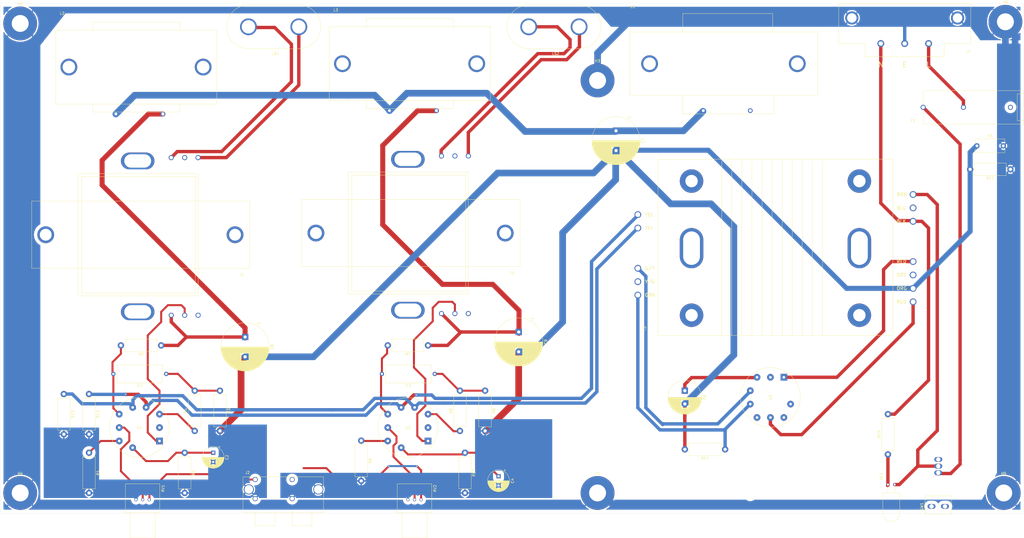
<source format=kicad_pcb>
(kicad_pcb (version 20171130) (host pcbnew 5.1.8-db9833491~88~ubuntu20.04.1)
  (layers (0 F.Cu signal) (31 B.Cu signal) (34 B.Paste user) (35 F.Paste user) (36 B.SilkS user) (37 F.SilkS user) (38 B.Mask user) (39 F.Mask user) (44 Edge.Cuts user))
  (net 0 "")
  (net 1 "Net-(C1-Pad1)")
  (net 2 "Net-(C1-Pad2)")
  (net 3 Earth)
  (net 4 "Net-(C2-Pad1)")
  (net 5 "Net-(C3-Pad2)")
  (net 6 "Net-(C3-Pad1)")
  (net 7 "Net-(C6-Pad1)")
  (net 8 "Net-(C7-Pad1)")
  (net 9 HT)
  (net 10 "Net-(F1-Pad1)")
  (net 11 /L)
  (net 12 NEUT)
  (net 13 "Net-(J2-Pad1)")
  (net 14 "Net-(J2-Pad3)")
  (net 15 "Net-(LS1-Pad1)")
  (net 16 "Net-(LS1-Pad2)")
  (net 17 "Net-(LS2-Pad2)")
  (net 18 "Net-(LS2-Pad1)")
  (net 19 "Net-(NE1-Pad1)")
  (net 20 LINE)
  (net 21 "Net-(R1-Pad1)")
  (net 22 "Net-(R4-Pad1)")
  (net 23 "Net-(R6-Pad1)")
  (net 24 VBUS)
  (net 25 "Net-(R9-Pad1)")
  (net 26 "Net-(R12-Pad1)")
  (net 27 "Net-(R13-Pad1)")
  (net 28 "Net-(R14-Pad1)")
  (net 29 "Net-(RV1-Pad2)")
  (net 30 "Net-(RV2-Pad2)")
  (net 31 "Net-(T1-Pad2)")
  (net 32 "Net-(T2-Pad2)")
  (net 33 "Net-(T3-Pad9)")
  (net 34 "Net-(T3-Pad10)")
  (net 35 "Net-(T3-Pad2)")
  (net 36 "Net-(T3-Pad4)")
  (net 37 "Net-(T3-Pad6)")
  (net 38 "Net-(T3-Pad7)")
  (net 39 "Net-(T1-Pad5)")
  (net 40 "Net-(T2-Pad5)")
  (net 41 "Net-(C4-Pad1)")
  (net 42 Earth_Protective)
  (net 43 "Net-(T1-Pad3)")
  (net 44 "Net-(T2-Pad3)")
  (module GSP1_power_entry:GSP1.8101.1 (layer F.Cu) (at 370.205 43.18 180)
    (fp_text reference J1 (at -24 -3) (layer F.SilkS))
    (fp_text value Conn_01x05)
    (fp_text user N (at 9 -8) (layer F.SilkS) (effects (font (size 2 2) (thickness 0.25))))
    (fp_text user E (at 0 -8) (layer F.SilkS) (effects (font (size 2 2) (thickness 0.25))))
    (fp_text user L (at -9 -8) (layer F.SilkS) (effects (font (size 2 2) (thickness 0.25))))
    (pad 5 thru_hole circle (at 20 9.7 180) (size 5 5) (drill 3.6) (layers *.Cu *.Mask) (net 42 Earth_Protective))
    (pad 4 thru_hole circle (at -20 9.7 180) (size 5 5) (drill 3.6) (layers *.Cu *.Mask) (net 42 Earth_Protective))
    (pad 3 thru_hole circle (at 9.05 0 180) (size 2.6 2.6) (drill 1.6) (layers *.Cu *.Mask) (net 12 NEUT))
    (pad 2 thru_hole circle (at 0 0 180) (size 2.6 2.6) (drill 1.6) (layers *.Cu *.Mask) (net 42 Earth_Protective))
    (pad 1 thru_hole circle (at -9.05 0 180) (size 2.6 2.6) (drill 1.6) (layers *.Cu *.Mask) (net 11 /L))
  )
  (module PT190_2:PT190_2 (layer F.Cu) (at 276.86 153.67 90)
    (fp_text reference T3 (at 2.54 -5.08 90) (layer F.SilkS))
    (fp_text value Transformer_PT190.2)
    (fp_text user RED (at 27.94 90.17 180) (layer F.SilkS) (effects (font (size 1.27 1.27) (thickness 0.2032)) (justify left)))
    (fp_text user GRY (at 22.86 90.17 180) (layer F.SilkS) (effects (font (size 1.27 1.27) (thickness 0.2032)) (justify left)))
    (fp_text user ORG (at 17.78 90.17 180) (layer F.SilkS) (effects (font (size 1.27 1.27) (thickness 0.2032)) (justify left)))
    (fp_text user RED (at 12.7 90.17 180) (layer F.SilkS) (effects (font (size 1.27 1.27) (thickness 0.2032)) (justify left)))
    (fp_text user BRN (at 53.34 90.17 180) (layer F.SilkS) (effects (font (size 1.27 1.27) (thickness 0.2032)) (justify left)))
    (fp_text user BLU (at 48.26 90.17 180) (layer F.SilkS) (effects (font (size 1.27 1.27) (thickness 0.2032)) (justify left)))
    (fp_text user BLK (at 43.18 90.17 180) (layer F.SilkS) (effects (font (size 1.27 1.27) (thickness 0.2032)) (justify left)))
    (fp_text user YEL (at 45.72 -5.08 180) (layer F.SilkS) (effects (font (size 1.27 1.27) (thickness 0.2032)) (justify left)))
    (fp_text user YEL (at 40.64 -5.08 180) (layer F.SilkS) (effects (font (size 1.27 1.27) (thickness 0.2032)) (justify left)))
    (fp_text user G/Y (at 25.4 -5.08 180) (layer F.SilkS) (effects (font (size 1.27 1.27) (thickness 0.2032)) (justify left)))
    (fp_text user Y/G (at 20.32 -5.08 180) (layer F.SilkS) (effects (font (size 1.27 1.27) (thickness 0.2032)) (justify left)))
    (fp_text user GRN (at 15.24 -5.08 180) (layer F.SilkS) (effects (font (size 1.27 1.27) (thickness 0.2032)) (justify left)))
    (pad 26 thru_hole oval (at 33.02 76.2 90) (size 15.24 8.89) (drill oval 12.7 6.35) (layers *.Cu *.Mask))
    (pad 25 thru_hole oval (at 33.02 12.7 90) (size 15.24 8.89) (drill oval 12.7 6.35) (layers *.Cu *.Mask))
    (pad 7 thru_hole circle (at 27.94 96.52 90) (size 2.54 2.54) (drill 1.778) (layers *.Cu *.Mask) (net 38 "Net-(T3-Pad7)"))
    (pad 6 thru_hole circle (at 22.86 96.52 90) (size 2.54 2.54) (drill 1.778) (layers *.Cu *.Mask) (net 37 "Net-(T3-Pad6)"))
    (pad 5 thru_hole circle (at 17.78 96.52 90) (size 2.54 2.54) (drill 1.778) (layers *.Cu *.Mask) (net 3 Earth))
    (pad 4 thru_hole circle (at 12.7 96.52 90) (size 2.54 2.54) (drill 1.778) (layers *.Cu *.Mask) (net 36 "Net-(T3-Pad4)"))
    (pad 3 thru_hole circle (at 53.34 96.52 90) (size 2.54 2.54) (drill 1.778) (layers *.Cu *.Mask) (net 20 LINE))
    (pad 2 thru_hole circle (at 48.26 96.52 90) (size 2.54 2.54) (drill 1.778) (layers *.Cu *.Mask) (net 35 "Net-(T3-Pad2)"))
    (pad 1 thru_hole circle (at 43.18 96.52 90) (size 2.54 2.54) (drill 1.778) (layers *.Cu *.Mask) (net 12 NEUT))
    (pad 12 thru_hole circle (at 45.72 -7.62 90) (size 2.54 2.54) (drill 1.778) (layers *.Cu *.Mask) (net 26 "Net-(R12-Pad1)"))
    (pad 11 thru_hole circle (at 40.64 -7.62 90) (size 2.54 2.54) (drill 1.778) (layers *.Cu *.Mask) (net 27 "Net-(R13-Pad1)"))
    (pad 10 thru_hole circle (at 25.4 -7.62 90) (size 2.54 2.54) (drill 1.778) (layers *.Cu *.Mask) (net 34 "Net-(T3-Pad10)"))
    (pad 9 thru_hole circle (at 20.32 -7.62 90) (size 2.54 2.54) (drill 1.778) (layers *.Cu *.Mask) (net 33 "Net-(T3-Pad9)"))
    (pad 8 thru_hole circle (at 15.24 -7.62 90) (size 2.54 2.54) (drill 1.778) (layers *.Cu *.Mask) (net 28 "Net-(R14-Pad1)"))
    (pad 23 thru_hole circle (at 58.42 76.2 90) (size 8.89 8.89) (drill 4.699) (layers *.Cu *.Mask))
    (pad 22 thru_hole circle (at 58.42 12.7 90) (size 8.89 8.89) (drill 4.699) (layers *.Cu *.Mask))
    (pad 21 thru_hole circle (at 7.62 76.2 90) (size 8.89 8.89) (drill 4.699) (layers *.Cu *.Mask))
    (pad 20 thru_hole circle (at 7.62 12.7 90) (size 8.89 8.89) (drill 4.699) (layers *.Cu *.Mask))
  )
  (module BindingPost:Keystone_4109 (layer F.Cu) (at 247.015 36.83 180)
    (fp_text reference LS2 (at 8.89 -10.16) (layer F.SilkS))
    (fp_text value Speaker)
    (pad 2 thru_hole circle (at 19.05 0 180) (size 6.35 6.35) (drill 5.08) (layers *.Cu *.Mask) (net 17 "Net-(LS2-Pad2)"))
    (pad 1 thru_hole circle (at 0 0 180) (size 6.35 6.35) (drill 5.08) (layers *.Cu *.Mask) (net 18 "Net-(LS2-Pad1)"))
  )
  (module OT8SE:OT8SE (layer F.Cu) (at 219.075 114.935 180)
    (fp_text reference T2 (at -2.54 -15.24) (layer F.SilkS))
    (fp_text value Transformer_1P_1S)
    (pad 6 thru_hole circle (at 24.13 29.21 180) (size 1.905 1.905) (drill 1.27) (layers *.Cu *.Mask) (net 17 "Net-(LS2-Pad2)"))
    (pad 5 thru_hole circle (at 19.05 29.21 180) (size 1.905 1.905) (drill 1.27) (layers *.Cu *.Mask) (net 40 "Net-(T2-Pad5)"))
    (pad 4 thru_hole circle (at 13.97 29.21 180) (size 1.905 1.905) (drill 1.27) (layers *.Cu *.Mask) (net 18 "Net-(LS2-Pad1)"))
    (pad 3 thru_hole circle (at 13.97 -30.48 180) (size 1.905 1.905) (drill 1.27) (layers *.Cu *.Mask) (net 44 "Net-(T2-Pad3)"))
    (pad 2 thru_hole circle (at 19.05 -30.48 180) (size 1.905 1.905) (drill 1.27) (layers *.Cu *.Mask) (net 32 "Net-(T2-Pad2)"))
    (pad 1 thru_hole circle (at 24.13 -30.48 180) (size 1.905 1.905) (drill 1.27) (layers *.Cu *.Mask) (net 24 VBUS))
    (pad 13 thru_hole oval (at 36.83 27.94 180) (size 12.7 6.35) (drill oval 10.16 5.08) (layers *.Cu *.Mask))
    (pad 12 thru_hole oval (at 36.83 -29.21 180) (size 12.7 6.35) (drill oval 10.16 5.08) (layers *.Cu *.Mask))
    (pad 11 thru_hole circle (at 71.628 0 180) (size 6.35 6.35) (drill 4.4958) (layers *.Cu *.Mask))
    (pad 10 thru_hole circle (at 0 0 180) (size 6.35 6.35) (drill 4.4958) (layers *.Cu *.Mask))
  )
  (module OT8SE:OT8SE (layer F.Cu) (at 116.84 115.57 180)
    (fp_text reference T1 (at -2.54 -15.24) (layer F.SilkS))
    (fp_text value Transformer_1P_1S)
    (pad 6 thru_hole circle (at 24.13 29.21 180) (size 1.905 1.905) (drill 1.27) (layers *.Cu *.Mask) (net 16 "Net-(LS1-Pad2)"))
    (pad 5 thru_hole circle (at 19.05 29.21 180) (size 1.905 1.905) (drill 1.27) (layers *.Cu *.Mask) (net 39 "Net-(T1-Pad5)"))
    (pad 4 thru_hole circle (at 13.97 29.21 180) (size 1.905 1.905) (drill 1.27) (layers *.Cu *.Mask) (net 15 "Net-(LS1-Pad1)"))
    (pad 3 thru_hole circle (at 13.97 -30.48 180) (size 1.905 1.905) (drill 1.27) (layers *.Cu *.Mask) (net 43 "Net-(T1-Pad3)"))
    (pad 2 thru_hole circle (at 19.05 -30.48 180) (size 1.905 1.905) (drill 1.27) (layers *.Cu *.Mask) (net 31 "Net-(T1-Pad2)"))
    (pad 1 thru_hole circle (at 24.13 -30.48 180) (size 1.905 1.905) (drill 1.27) (layers *.Cu *.Mask) (net 9 HT))
    (pad 13 thru_hole oval (at 36.83 27.94 180) (size 12.7 6.35) (drill oval 10.16 5.08) (layers *.Cu *.Mask))
    (pad 12 thru_hole oval (at 36.83 -29.21 180) (size 12.7 6.35) (drill oval 10.16 5.08) (layers *.Cu *.Mask))
    (pad 11 thru_hole circle (at 71.628 0 180) (size 6.35 6.35) (drill 4.4958) (layers *.Cu *.Mask))
    (pad 10 thru_hole circle (at 0 0 180) (size 6.35 6.35) (drill 4.4958) (layers *.Cu *.Mask))
  )
  (module Hammond-L:156L (layer F.Cu) (at 276.225 50.8)
    (fp_text reference L1 (at -8.89 -21.59) (layer F.SilkS))
    (fp_text value 5H/156L)
    (pad 2 thru_hole circle (at 35.56 17.78) (size 1.778 1.778) (drill 1.0668) (layers *.Cu *.Mask) (net 7 "Net-(C6-Pad1)"))
    (pad 1 thru_hole circle (at 17.78 17.78) (size 1.778 1.778) (drill 1.0668) (layers *.Cu *.Mask) (net 8 "Net-(C7-Pad1)"))
    (pad 4 thru_hole circle (at 53.34 0) (size 6.35 6.35) (drill 4.7498) (layers *.Cu *.Mask))
    (pad 3 thru_hole circle (at -2.54 0) (size 6.35 6.35) (drill 4.7498) (layers *.Cu *.Mask))
  )
  (module Hammond-L:155H (layer F.Cu) (at 53.975 52.07)
    (fp_text reference L2 (at -2.54 -20.32) (layer F.SilkS))
    (fp_text value 5H)
    (pad 2 thru_hole circle (at 35.56 17.78) (size 1.778 1.778) (drill 1.0668) (layers *.Cu *.Mask) (net 9 HT))
    (pad 1 thru_hole circle (at 17.78 17.78) (size 1.778 1.778) (drill 1.0668) (layers *.Cu *.Mask) (net 8 "Net-(C7-Pad1)"))
    (pad 4 thru_hole circle (at 50.8 0) (size 6.35 6.35) (drill 4.7498) (layers *.Cu *.Mask))
    (pad 3 thru_hole circle (at 0 0) (size 6.35 6.35) (drill 4.7498) (layers *.Cu *.Mask))
  )
  (module Hammond-L:155H (layer F.Cu) (at 157.48 50.8)
    (fp_text reference L3 (at -2.54 -20.32) (layer F.SilkS))
    (fp_text value 5H)
    (pad 2 thru_hole circle (at 35.56 17.78) (size 1.778 1.778) (drill 1.0668) (layers *.Cu *.Mask) (net 24 VBUS))
    (pad 1 thru_hole circle (at 17.78 17.78) (size 1.778 1.778) (drill 1.0668) (layers *.Cu *.Mask) (net 8 "Net-(C7-Pad1)"))
    (pad 4 thru_hole circle (at 50.8 0) (size 6.35 6.35) (drill 4.7498) (layers *.Cu *.Mask))
    (pad 3 thru_hole circle (at 0 0) (size 6.35 6.35) (drill 4.7498) (layers *.Cu *.Mask))
  )
  (module Capacitor_THT:CP_Radial_D12.5mm_P5.00mm (layer F.Cu) (at 287.02 174.625 270)
    (fp_text reference C6 (at 2.5 -7.5 90) (layer F.SilkS))
    (fp_text value 33uF)
    (pad 2 thru_hole circle (at 5 0 270) (size 2.4 2.4) (drill 1.2) (layers *.Cu *.Mask) (net 3 Earth))
    (pad 1 thru_hole rect (at 0 0 270) (size 2.4 2.4) (drill 1.2) (layers *.Cu *.Mask) (net 7 "Net-(C6-Pad1)"))
  )
  (module MountingHole:MountingHole_6.4mm_M6_Pad (layer F.Cu) (at 408.305 34.925)
    (fp_text reference H6 (at 0 -7.4) (layer F.SilkS))
    (fp_text value MTG)
    (pad 1 thru_hole circle (at 0 0) (size 12.8 12.8) (drill 6.4) (layers *.Cu *.Mask) (net 42 Earth_Protective))
  )
  (module MountingHole:MountingHole_6.4mm_M6_Pad (layer F.Cu) (at 407.67 213.36)
    (fp_text reference H5 (at 0 -7.4) (layer F.SilkS))
    (fp_text value MTG)
    (pad 1 thru_hole circle (at 0 0) (size 12.8 12.8) (drill 6.4) (layers *.Cu *.Mask) (net 42 Earth_Protective))
  )
  (module MountingHole:MountingHole_6.4mm_M6_Pad (layer F.Cu) (at 35.56 213.36)
    (fp_text reference H4 (at 0 -7.4) (layer F.SilkS))
    (fp_text value MTG)
    (pad 1 thru_hole circle (at 0 0) (size 12.8 12.8) (drill 6.4) (layers *.Cu *.Mask) (net 42 Earth_Protective))
  )
  (module MountingHole:MountingHole_6.4mm_M6_Pad (layer F.Cu) (at 254 57.15)
    (fp_text reference H3 (at 0 -7.4) (layer F.SilkS))
    (fp_text value MTG)
    (pad 1 thru_hole circle (at 0 0) (size 12.8 12.8) (drill 6.4) (layers *.Cu *.Mask) (net 42 Earth_Protective))
  )
  (module MountingHole:MountingHole_6.4mm_M6_Pad (layer F.Cu) (at 35.56 35.56)
    (fp_text reference H2 (at 0 -7.4) (layer F.SilkS))
    (fp_text value MTG)
    (pad 1 thru_hole circle (at 0 0) (size 12.8 12.8) (drill 6.4) (layers *.Cu *.Mask) (net 42 Earth_Protective))
  )
  (module MountingHole:MountingHole_6.4mm_M6_Pad (layer F.Cu) (at 254 213.36)
    (fp_text reference H1 (at 0 -7.4) (layer F.SilkS))
    (fp_text value MTG)
    (pad 1 thru_hole circle (at 0 0) (size 12.8 12.8) (drill 6.4) (layers *.Cu *.Mask) (net 42 Earth_Protective))
  )
  (module Capacitor_THT:CP_Radial_D8.0mm_P3.50mm (layer F.Cu) (at 216.535 207.01 270)
    (fp_text reference C4 (at 1.75 -5.25 90) (layer F.SilkS))
    (fp_text value 100uF)
    (pad 2 thru_hole circle (at 3.5 0 270) (size 1.6 1.6) (drill 0.8) (layers *.Cu *.Mask) (net 3 Earth))
    (pad 1 thru_hole rect (at 0 0 270) (size 1.6 1.6) (drill 0.8) (layers *.Cu *.Mask) (net 41 "Net-(C4-Pad1)"))
  )
  (module Valve:Valve_Noval_P (layer F.Cu) (at 324.485 169.545 90)
    (fp_text reference U3 (at -7.62 -5.08 90) (layer F.SilkS))
    (fp_text value 6CA4)
    (pad 9 thru_hole circle (at -10.16 2.54 90) (size 2.54 5.08) (drill 1) (layers *.Cu *.Mask))
    (pad 8 thru_hole circle (at -15.24 0 90) (size 2.54 5.08) (drill 1) (layers *.Cu *.Mask))
    (pad 7 thru_hole circle (at -15.24 -5.08 90) (size 2.54 5.08) (drill 1) (layers *.Cu *.Mask) (net 36 "Net-(T3-Pad4)"))
    (pad 6 thru_hole circle (at -15.24 -10.16 90) (size 2.54 5.08) (drill 1) (layers *.Cu *.Mask))
    (pad 5 thru_hole circle (at -10.16 -12.7 90) (size 2.54 5.08) (drill 1) (layers *.Cu *.Mask) (net 28 "Net-(R14-Pad1)"))
    (pad 4 thru_hole circle (at -5.08 -12.7 90) (size 2.54 5.08) (drill 1) (layers *.Cu *.Mask) (net 34 "Net-(T3-Pad10)"))
    (pad 3 thru_hole circle (at 0 -10.16 90) (size 2.54 5.08) (drill 1) (layers *.Cu *.Mask) (net 7 "Net-(C6-Pad1)"))
    (pad 2 thru_hole circle (at 0 -5.08 90) (size 2.54 5.08) (drill 1) (layers *.Cu *.Mask))
    (pad 1 thru_hole rect (at 0 0 90) (size 2.54 2.54) (drill 1) (layers *.Cu *.Mask) (net 38 "Net-(T3-Pad7)"))
  )
  (module RCA_jack:PJRAS2X1S01AUX (layer F.Cu) (at 124.46 208.28)
    (fp_text reference J2 (at -2.921 -2.6162) (layer F.SilkS))
    (fp_text value DUAL_RCA)
    (pad 6 thru_hole circle (at 23.9014 3.7338) (size 3.81 3.81) (drill 3.175) (layers *.Cu *.Mask) (net 3 Earth))
    (pad 5 thru_hole circle (at -2.413 3.7338) (size 3.81 3.81) (drill 3.175) (layers *.Cu *.Mask) (net 3 Earth))
    (pad 4 thru_hole circle (at 13.9954 7.239) (size 1.905 1.905) (drill 1.397) (layers *.Cu *.Mask) (net 3 Earth))
    (pad 3 thru_hole circle (at 13.9954 0) (size 1.905 1.905) (drill 1.397) (layers *.Cu *.Mask) (net 14 "Net-(J2-Pad3)"))
    (pad 2 thru_hole circle (at 0 7.239) (size 1.905 1.905) (drill 1.397) (layers *.Cu *.Mask) (net 3 Earth))
    (pad 1 thru_hole circle (at 0 0) (size 1.905 1.905) (drill 1.397) (layers *.Cu *.Mask) (net 13 "Net-(J2-Pad1)"))
  )
  (module Capacitor_THT:C_Axial_L17.0mm_D6.5mm_P20.00mm_Horizontal (layer F.Cu) (at 90.805 168.275 180)
    (fp_text reference C1 (at 10 -4.37) (layer F.SilkS))
    (fp_text value .0033uF)
    (pad 1 thru_hole circle (at 0 0 180) (size 1.6 1.6) (drill 0.8) (layers *.Cu *.Mask) (net 1 "Net-(C1-Pad1)"))
    (pad 2 thru_hole oval (at 20 0 180) (size 1.6 1.6) (drill 0.8) (layers *.Cu *.Mask) (net 2 "Net-(C1-Pad2)"))
  )
  (module Capacitor_THT:CP_Radial_D8.0mm_P3.50mm (layer F.Cu) (at 108.585 198.12 270)
    (fp_text reference C2 (at 1.75 -5.25 90) (layer F.SilkS))
    (fp_text value 100uF)
    (pad 2 thru_hole circle (at 3.5 0 270) (size 1.6 1.6) (drill 0.8) (layers *.Cu *.Mask) (net 3 Earth))
    (pad 1 thru_hole rect (at 0 0 270) (size 1.6 1.6) (drill 0.8) (layers *.Cu *.Mask) (net 4 "Net-(C2-Pad1)"))
  )
  (module Capacitor_THT:C_Axial_L17.0mm_D6.5mm_P20.00mm_Horizontal (layer F.Cu) (at 192.405 168.275 180)
    (fp_text reference C3 (at 10 -4.37) (layer F.SilkS))
    (fp_text value .0033uF)
    (pad 2 thru_hole oval (at 20 0 180) (size 1.6 1.6) (drill 0.8) (layers *.Cu *.Mask) (net 5 "Net-(C3-Pad2)"))
    (pad 1 thru_hole circle (at 0 0 180) (size 1.6 1.6) (drill 0.8) (layers *.Cu *.Mask) (net 6 "Net-(C3-Pad1)"))
  )
  (module Capacitor_THT:C_Disc_D11.0mm_W5.0mm_P10.00mm (layer F.Cu) (at 397.51 81.915)
    (fp_text reference C5 (at 5 -3.75) (layer F.SilkS))
    (fp_text value "5nF 400V Y4")
    (pad 1 thru_hole circle (at 0 0) (size 2 2) (drill 1) (layers *.Cu *.Mask) (net 3 Earth))
    (pad 2 thru_hole circle (at 10 0) (size 2 2) (drill 1) (layers *.Cu *.Mask) (net 42 Earth_Protective))
  )
  (module Capacitor_THT:CP_Radial_D18.0mm_P7.50mm (layer F.Cu) (at 260.985 76.2 270)
    (fp_text reference C7 (at 3.75 -10.25 90) (layer F.SilkS))
    (fp_text value "100uF 350V")
    (pad 1 thru_hole rect (at 0 0 270) (size 2.4 2.4) (drill 1.2) (layers *.Cu *.Mask) (net 8 "Net-(C7-Pad1)"))
    (pad 2 thru_hole circle (at 7.5 0 270) (size 2.4 2.4) (drill 1.2) (layers *.Cu *.Mask) (net 3 Earth))
  )
  (module Capacitor_THT:CP_Radial_D18.0mm_P7.50mm (layer F.Cu) (at 120.65 154.305 270)
    (fp_text reference C8 (at 3.75 -10.25 90) (layer F.SilkS))
    (fp_text value "100uF 350V")
    (pad 2 thru_hole circle (at 7.5 0 270) (size 2.4 2.4) (drill 1.2) (layers *.Cu *.Mask) (net 3 Earth))
    (pad 1 thru_hole rect (at 0 0 270) (size 2.4 2.4) (drill 1.2) (layers *.Cu *.Mask) (net 9 HT))
  )
  (module Capacitor_THT:CP_Radial_D18.0mm_P7.50mm (layer F.Cu) (at 224.155 152.4 270)
    (fp_text reference C9 (at 3.75 -10.25 90) (layer F.SilkS))
    (fp_text value "100uF 350V")
    (pad 1 thru_hole rect (at 0 0 270) (size 2.4 2.4) (drill 1.2) (layers *.Cu *.Mask) (net 24 VBUS))
    (pad 2 thru_hole circle (at 7.5 0 270) (size 2.4 2.4) (drill 1.2) (layers *.Cu *.Mask) (net 3 Earth))
  )
  (module HBH_fuse_holder:HBH-I-R (layer F.Cu) (at 377.19 67.31 180)
    (fp_text reference F1 (at 3.81 -5.08) (layer F.SilkS))
    (fp_text value Fuse)
    (pad 1 thru_hole circle (at 0 0 180) (size 1.905 1.905) (drill 1.27) (layers *.Cu *.Mask) (net 10 "Net-(F1-Pad1)"))
    (pad 2 thru_hole circle (at -15.24 0 180) (size 1.905 1.905) (drill 1.27) (layers *.Cu *.Mask) (net 11 /L))
    (pad 3 thru_hole circle (at -33.02 0 180) (size 1.905 1.905) (drill 1.27) (layers *.Cu *.Mask))
  )
  (module BindingPost:Keystone_4109 (layer F.Cu) (at 140.97 36.83 180)
    (fp_text reference LS1 (at 8.89 -10.16) (layer F.SilkS))
    (fp_text value Speaker)
    (pad 1 thru_hole circle (at 0 0 180) (size 6.35 6.35) (drill 5.08) (layers *.Cu *.Mask) (net 15 "Net-(LS1-Pad1)"))
    (pad 2 thru_hole circle (at 19.05 0 180) (size 6.35 6.35) (drill 5.08) (layers *.Cu *.Mask) (net 16 "Net-(LS1-Pad2)"))
  )
  (module neon:A1A (layer F.Cu) (at 363.855 210.185 90)
    (fp_text reference NE1 (at 3.175 -2.54 90) (layer F.SilkS))
    (fp_text value A1A)
    (pad 1 thru_hole circle (at 0 0 90) (size 1.016 1.016) (drill 0.7112) (layers *.Cu *.Mask) (net 19 "Net-(NE1-Pad1)"))
    (pad 2 thru_hole circle (at 0 2.54 90) (size 1.016 1.016) (drill 0.7112) (layers *.Cu *.Mask) (net 20 LINE))
  )
  (module Resistor_THT:R_Axial_DIN0414_L11.9mm_D4.5mm_P15.24mm_Horizontal (layer F.Cu) (at 61.595 198.12 270)
    (fp_text reference R1 (at 7.62 -3.37 90) (layer F.SilkS))
    (fp_text value 1.5k)
    (pad 1 thru_hole circle (at 0 0 270) (size 2.4 2.4) (drill 1.2) (layers *.Cu *.Mask) (net 21 "Net-(R1-Pad1)"))
    (pad 2 thru_hole oval (at 15.24 0 270) (size 2.4 2.4) (drill 1.2) (layers *.Cu *.Mask) (net 3 Earth))
  )
  (module Resistor_THT:R_Axial_DIN0414_L11.9mm_D4.5mm_P15.24mm_Horizontal (layer F.Cu) (at 88.9 157.48 180)
    (fp_text reference R2 (at 7.62 -3.37) (layer F.SilkS))
    (fp_text value 100k)
    (pad 2 thru_hole oval (at 15.24 0 180) (size 2.4 2.4) (drill 1.2) (layers *.Cu *.Mask) (net 2 "Net-(C1-Pad2)"))
    (pad 1 thru_hole circle (at 0 0 180) (size 2.4 2.4) (drill 1.2) (layers *.Cu *.Mask) (net 9 HT))
  )
  (module Resistor_THT:R_Axial_DIN0414_L11.9mm_D4.5mm_P15.24mm_Horizontal (layer F.Cu) (at 111.125 174.625 270)
    (fp_text reference R3 (at 7.62 -3.37 90) (layer F.SilkS))
    (fp_text value 1M)
    (pad 1 thru_hole circle (at 0 0 270) (size 2.4 2.4) (drill 1.2) (layers *.Cu *.Mask) (net 1 "Net-(C1-Pad1)"))
    (pad 2 thru_hole oval (at 15.24 0 270) (size 2.4 2.4) (drill 1.2) (layers *.Cu *.Mask) (net 3 Earth))
  )
  (module Resistor_THT:R_Axial_DIN0414_L11.9mm_D4.5mm_P15.24mm_Horizontal (layer F.Cu) (at 101.6 189.865 90)
    (fp_text reference R4 (at 7.62 -3.37 90) (layer F.SilkS))
    (fp_text value 1.5k)
    (pad 2 thru_hole oval (at 15.24 0 90) (size 2.4 2.4) (drill 1.2) (layers *.Cu *.Mask) (net 1 "Net-(C1-Pad1)"))
    (pad 1 thru_hole circle (at 0 0 90) (size 2.4 2.4) (drill 1.2) (layers *.Cu *.Mask) (net 22 "Net-(R4-Pad1)"))
  )
  (module Resistor_THT:R_Axial_DIN0414_L11.9mm_D4.5mm_P15.24mm_Horizontal (layer F.Cu) (at 97.79 198.12 270)
    (fp_text reference R5 (at 7.62 -3.37 90) (layer F.SilkS))
    (fp_text value "1k 1W")
    (pad 1 thru_hole circle (at 0 0 270) (size 2.4 2.4) (drill 1.2) (layers *.Cu *.Mask) (net 4 "Net-(C2-Pad1)"))
    (pad 2 thru_hole oval (at 15.24 0 270) (size 2.4 2.4) (drill 1.2) (layers *.Cu *.Mask) (net 3 Earth))
  )
  (module Resistor_THT:R_Axial_DIN0414_L11.9mm_D4.5mm_P15.24mm_Horizontal (layer F.Cu) (at 164.592 193.548 270)
    (fp_text reference R6 (at 7.62 -3.37 90) (layer F.SilkS))
    (fp_text value 1.5k)
    (pad 2 thru_hole oval (at 15.24 0 270) (size 2.4 2.4) (drill 1.2) (layers *.Cu *.Mask) (net 3 Earth))
    (pad 1 thru_hole circle (at 0 0 270) (size 2.4 2.4) (drill 1.2) (layers *.Cu *.Mask) (net 23 "Net-(R6-Pad1)"))
  )
  (module Resistor_THT:R_Axial_DIN0414_L11.9mm_D4.5mm_P15.24mm_Horizontal (layer F.Cu) (at 189.865 157.48 180)
    (fp_text reference R7 (at 7.62 -3.37) (layer F.SilkS))
    (fp_text value 100k)
    (pad 1 thru_hole circle (at 0 0 180) (size 2.4 2.4) (drill 1.2) (layers *.Cu *.Mask) (net 24 VBUS))
    (pad 2 thru_hole oval (at 15.24 0 180) (size 2.4 2.4) (drill 1.2) (layers *.Cu *.Mask) (net 5 "Net-(C3-Pad2)"))
  )
  (module Resistor_THT:R_Axial_DIN0414_L11.9mm_D4.5mm_P15.24mm_Horizontal (layer F.Cu) (at 211.455 174.625 270)
    (fp_text reference R8 (at 7.62 -3.37 90) (layer F.SilkS))
    (fp_text value 1M)
    (pad 2 thru_hole oval (at 15.24 0 270) (size 2.4 2.4) (drill 1.2) (layers *.Cu *.Mask) (net 3 Earth))
    (pad 1 thru_hole circle (at 0 0 270) (size 2.4 2.4) (drill 1.2) (layers *.Cu *.Mask) (net 6 "Net-(C3-Pad1)"))
  )
  (module Resistor_THT:R_Axial_DIN0414_L11.9mm_D4.5mm_P15.24mm_Horizontal (layer F.Cu) (at 201.93 189.865 90)
    (fp_text reference R9 (at 7.62 -3.37 90) (layer F.SilkS))
    (fp_text value 1.5k)
    (pad 1 thru_hole circle (at 0 0 90) (size 2.4 2.4) (drill 1.2) (layers *.Cu *.Mask) (net 25 "Net-(R9-Pad1)"))
    (pad 2 thru_hole oval (at 15.24 0 90) (size 2.4 2.4) (drill 1.2) (layers *.Cu *.Mask) (net 6 "Net-(C3-Pad1)"))
  )
  (module Resistor_THT:R_Axial_DIN0414_L11.9mm_D4.5mm_P15.24mm_Horizontal (layer F.Cu) (at 203.835 198.12 270)
    (fp_text reference R10 (at 7.62 -3.37 90) (layer F.SilkS))
    (fp_text value "1k 1W")
    (pad 2 thru_hole oval (at 15.24 0 270) (size 2.4 2.4) (drill 1.2) (layers *.Cu *.Mask) (net 3 Earth))
    (pad 1 thru_hole circle (at 0 0 270) (size 2.4 2.4) (drill 1.2) (layers *.Cu *.Mask) (net 41 "Net-(C4-Pad1)"))
  )
  (module Resistor_THT:R_Axial_DIN0414_L11.9mm_D4.5mm_P15.24mm_Horizontal (layer F.Cu) (at 410.21 90.805 180)
    (fp_text reference R11 (at 7.62 -3.37) (layer F.SilkS))
    (fp_text value 100)
    (pad 1 thru_hole circle (at 0 0 180) (size 2.4 2.4) (drill 1.2) (layers *.Cu *.Mask) (net 42 Earth_Protective))
    (pad 2 thru_hole oval (at 15.24 0 180) (size 2.4 2.4) (drill 1.2) (layers *.Cu *.Mask) (net 3 Earth))
  )
  (module Resistor_THT:R_Axial_DIN0414_L11.9mm_D4.5mm_P15.24mm_Horizontal (layer F.Cu) (at 61.595 175.895 270)
    (fp_text reference R12 (at 7.62 -3.37 90) (layer F.SilkS))
    (fp_text value 100)
    (pad 1 thru_hole circle (at 0 0 270) (size 2.4 2.4) (drill 1.2) (layers *.Cu *.Mask) (net 26 "Net-(R12-Pad1)"))
    (pad 2 thru_hole oval (at 15.24 0 270) (size 2.4 2.4) (drill 1.2) (layers *.Cu *.Mask) (net 3 Earth))
  )
  (module Resistor_THT:R_Axial_DIN0414_L11.9mm_D4.5mm_P15.24mm_Horizontal (layer F.Cu) (at 52.07 175.895 270)
    (fp_text reference R13 (at 7.62 -3.37 90) (layer F.SilkS))
    (fp_text value 100)
    (pad 2 thru_hole oval (at 15.24 0 270) (size 2.4 2.4) (drill 1.2) (layers *.Cu *.Mask) (net 3 Earth))
    (pad 1 thru_hole circle (at 0 0 270) (size 2.4 2.4) (drill 1.2) (layers *.Cu *.Mask) (net 27 "Net-(R13-Pad1)"))
  )
  (module Resistor_THT:R_Axial_DIN0414_L11.9mm_D4.5mm_P15.24mm_Horizontal (layer F.Cu) (at 302.26 196.85 180)
    (fp_text reference R14 (at 7.62 -3.37) (layer F.SilkS))
    (fp_text value 100)
    (pad 2 thru_hole oval (at 15.24 0 180) (size 2.4 2.4) (drill 1.2) (layers *.Cu *.Mask) (net 3 Earth))
    (pad 1 thru_hole circle (at 0 0 180) (size 2.4 2.4) (drill 1.2) (layers *.Cu *.Mask) (net 28 "Net-(R14-Pad1)"))
  )
  (module Resistor_THT:R_Axial_DIN0414_L11.9mm_D4.5mm_P15.24mm_Horizontal (layer F.Cu) (at 363.855 198.755 90)
    (fp_text reference R15 (at 7.62 -3.37 90) (layer F.SilkS))
    (fp_text value 100k)
    (pad 1 thru_hole circle (at 0 0 90) (size 2.4 2.4) (drill 1.2) (layers *.Cu *.Mask) (net 19 "Net-(NE1-Pad1)"))
    (pad 2 thru_hole oval (at 15.24 0 90) (size 2.4 2.4) (drill 1.2) (layers *.Cu *.Mask) (net 12 NEUT))
  )
  (module POT:P260P-D1BS3CA (layer F.Cu) (at 79.375 215.9 270)
    (fp_text reference RV1 (at -4.25 -10.25 90) (layer F.SilkS))
    (fp_text value 100k_audio)
    (pad 1 thru_hole circle (at 0 0 270) (size 1.2 1.2) (drill 0.85) (layers *.Cu *.Mask) (net 3 Earth))
    (pad 2 thru_hole circle (at 0 -2.5 270) (size 1.2 1.2) (drill 0.85) (layers *.Cu *.Mask) (net 29 "Net-(RV1-Pad2)"))
    (pad 3 thru_hole circle (at 0 -5 270) (size 1.2 1.2) (drill 0.85) (layers *.Cu *.Mask) (net 13 "Net-(J2-Pad1)"))
  )
  (module POT:P260P-D1BS3CA (layer F.Cu) (at 182.245 215.9 270)
    (fp_text reference RV2 (at -4.25 -10.25 90) (layer F.SilkS))
    (fp_text value 100k_audio)
    (pad 3 thru_hole circle (at 0 -5 270) (size 1.2 1.2) (drill 0.85) (layers *.Cu *.Mask) (net 14 "Net-(J2-Pad3)"))
    (pad 2 thru_hole circle (at 0 -2.5 270) (size 1.2 1.2) (drill 0.85) (layers *.Cu *.Mask) (net 30 "Net-(RV2-Pad2)"))
    (pad 1 thru_hole circle (at 0 0 270) (size 1.2 1.2) (drill 0.85) (layers *.Cu *.Mask) (net 3 Earth))
  )
  (module Switch_8GA:8GA1016-Z (layer F.Cu) (at 382.905 205.74 90)
    (fp_text reference SW1 (at -12.75 -6.25 90) (layer F.SilkS))
    (fp_text value SW_SPST)
    (pad 1 thru_hole oval (at 0 0 90) (size 1.8 3) (drill 1.6) (layers *.Cu *.Mask) (net 10 "Net-(F1-Pad1)"))
    (pad 2 thru_hole oval (at 2.54 0 90) (size 1.8 3) (drill 1.6) (layers *.Cu *.Mask) (net 20 LINE))
    (pad 3 thru_hole oval (at 5.08 0 90) (size 1.8 3) (drill 1.6) (layers *.Cu *.Mask))
    (pad 4 thru_hole oval (at -12.7 -2.54 90) (size 1.8 3) (drill 1.6) (layers *.Cu *.Mask))
    (pad 5 thru_hole oval (at -12.7 2.54 90) (size 1.8 3) (drill 1.6) (layers *.Cu *.Mask))
  )
  (module Valve:Valve_Noval_P (layer F.Cu) (at 88.265 193.675)
    (fp_text reference U1 (at -7.62 -5.08) (layer F.SilkS))
    (fp_text value 6CY7)
    (pad 1 thru_hole rect (at 0 0) (size 2.54 2.54) (drill 1) (layers *.Cu *.Mask) (net 31 "Net-(T1-Pad2)"))
    (pad 2 thru_hole circle (at 0 -5.08) (size 2.54 5.08) (drill 1) (layers *.Cu *.Mask))
    (pad 3 thru_hole circle (at 0 -10.16) (size 2.54 5.08) (drill 1) (layers *.Cu *.Mask) (net 22 "Net-(R4-Pad1)"))
    (pad 4 thru_hole circle (at -5.08 -12.7) (size 2.54 5.08) (drill 1) (layers *.Cu *.Mask) (net 26 "Net-(R12-Pad1)"))
    (pad 5 thru_hole circle (at -10.16 -12.7) (size 2.54 5.08) (drill 1) (layers *.Cu *.Mask) (net 27 "Net-(R13-Pad1)"))
    (pad 6 thru_hole circle (at -15.24 -10.16) (size 2.54 5.08) (drill 1) (layers *.Cu *.Mask) (net 2 "Net-(C1-Pad2)"))
    (pad 7 thru_hole circle (at -15.24 -5.08) (size 2.54 5.08) (drill 1) (layers *.Cu *.Mask) (net 29 "Net-(RV1-Pad2)"))
    (pad 8 thru_hole circle (at -15.24 0) (size 2.54 5.08) (drill 1) (layers *.Cu *.Mask) (net 21 "Net-(R1-Pad1)"))
    (pad 9 thru_hole circle (at -10.16 2.54) (size 2.54 5.08) (drill 1) (layers *.Cu *.Mask) (net 4 "Net-(C2-Pad1)"))
  )
  (module Valve:Valve_Noval_P (layer F.Cu) (at 189.865 193.675)
    (fp_text reference U2 (at -7.62 -5.08) (layer F.SilkS))
    (fp_text value 6CY7)
    (pad 1 thru_hole rect (at 0 0) (size 2.54 2.54) (drill 1) (layers *.Cu *.Mask) (net 32 "Net-(T2-Pad2)"))
    (pad 2 thru_hole circle (at 0 -5.08) (size 2.54 5.08) (drill 1) (layers *.Cu *.Mask))
    (pad 3 thru_hole circle (at 0 -10.16) (size 2.54 5.08) (drill 1) (layers *.Cu *.Mask) (net 25 "Net-(R9-Pad1)"))
    (pad 4 thru_hole circle (at -5.08 -12.7) (size 2.54 5.08) (drill 1) (layers *.Cu *.Mask) (net 27 "Net-(R13-Pad1)"))
    (pad 5 thru_hole circle (at -10.16 -12.7) (size 2.54 5.08) (drill 1) (layers *.Cu *.Mask) (net 26 "Net-(R12-Pad1)"))
    (pad 6 thru_hole circle (at -15.24 -10.16) (size 2.54 5.08) (drill 1) (layers *.Cu *.Mask) (net 5 "Net-(C3-Pad2)"))
    (pad 7 thru_hole circle (at -15.24 -5.08) (size 2.54 5.08) (drill 1) (layers *.Cu *.Mask) (net 30 "Net-(RV2-Pad2)"))
    (pad 8 thru_hole circle (at -15.24 0) (size 2.54 5.08) (drill 1) (layers *.Cu *.Mask) (net 23 "Net-(R6-Pad1)"))
    (pad 9 thru_hole circle (at -10.16 2.54) (size 2.54 5.08) (drill 1) (layers *.Cu *.Mask) (net 41 "Net-(C4-Pad1)"))
  )
  (gr_line (start 27.94 27.94) (end 27.94 220.98) (layer Edge.Cuts) (width 0.05))
  (gr_line (start 415.29 27.94) (end 27.94 27.94) (layer Edge.Cuts) (width 0.05))
  (gr_line (start 415.29 220.98) (end 415.29 27.94) (layer Edge.Cuts) (width 0.05))
  (gr_line (start 27.94 220.98) (end 415.29 220.98) (layer Edge.Cuts) (width 0.05))
  (segment (start 90.805 168.275) (end 95.25 168.275) (width 0.762) (layer F.Cu) (net 1))
  (segment (start 95.25 168.275) (end 101.6 174.625) (width 0.762) (layer F.Cu) (net 1))
  (segment (start 101.6 174.625) (end 111.125 174.625) (width 0.762) (layer F.Cu) (net 1))
  (segment (start 73.66 157.48) (end 73.66 160.655) (width 0.762) (layer F.Cu) (net 2))
  (segment (start 73.66 160.655) (end 70.485 163.83) (width 0.762) (layer F.Cu) (net 2))
  (segment (start 70.485 163.83) (end 70.485 168.275) (width 0.762) (layer F.Cu) (net 2))
  (segment (start 70.805 168.275) (end 70.805 181.295) (width 0.762) (layer F.Cu) (net 2))
  (segment (start 70.805 181.295) (end 73.025 183.515) (width 0.762) (layer F.Cu) (net 2))
  (segment (start 182.245 215.9) (end 182.245 213.36) (width 0.762) (layer B.Cu) (net 3))
  (segment (start 111.125 189.865) (end 119.126 181.864) (width 2.54) (layer F.Cu) (net 3))
  (segment (start 119.126 181.864) (end 119.126 163.322) (width 2.54) (layer F.Cu) (net 3))
  (segment (start 119.126 163.322) (end 120.396 162.052) (width 2.54) (layer F.Cu) (net 3))
  (segment (start 224.155 159.9) (end 224.155 177.419) (width 2.54) (layer F.Cu) (net 3))
  (segment (start 224.155 177.419) (end 211.582 189.992) (width 2.54) (layer F.Cu) (net 3))
  (segment (start 79.375 215.9) (end 79.375 212.471) (width 1.27) (layer B.Cu) (net 3))
  (segment (start 120.65 161.805) (end 146.551 161.805) (width 2.54) (layer B.Cu) (net 3))
  (segment (start 146.551 161.805) (end 216.154 92.202) (width 2.54) (layer B.Cu) (net 3))
  (segment (start 216.154 92.202) (end 252.476 92.202) (width 2.54) (layer B.Cu) (net 3))
  (segment (start 252.476 92.202) (end 261.366 83.312) (width 2.54) (layer B.Cu) (net 3))
  (segment (start 261.366 83.312) (end 261.366 83.058) (width 2.54) (layer B.Cu) (net 3))
  (segment (start 224.155 159.9) (end 229.482 159.9) (width 2.54) (layer B.Cu) (net 3))
  (segment (start 229.482 159.9) (end 240.792 148.59) (width 2.54) (layer B.Cu) (net 3))
  (segment (start 240.792 148.59) (end 240.792 114.808) (width 2.54) (layer B.Cu) (net 3))
  (segment (start 240.792 114.808) (end 260.858 94.742) (width 2.54) (layer B.Cu) (net 3))
  (segment (start 260.858 94.742) (end 260.858 84.328) (width 2.54) (layer B.Cu) (net 3))
  (segment (start 287.02 179.625) (end 305.562 161.083) (width 2.54) (layer B.Cu) (net 3))
  (segment (start 305.562 161.083) (end 305.562 112.522) (width 2.54) (layer B.Cu) (net 3))
  (segment (start 305.562 112.522) (end 296.926 103.886) (width 2.54) (layer B.Cu) (net 3))
  (segment (start 296.926 103.886) (end 281.686 103.886) (width 2.54) (layer B.Cu) (net 3))
  (segment (start 281.686 103.886) (end 261.112 83.312) (width 2.54) (layer B.Cu) (net 3))
  (segment (start 287.02 196.85) (end 287.02 179.324) (width 1.27) (layer F.Cu) (net 3))
  (segment (start 287.02 179.324) (end 287.02 185.42) (width 1.27) (layer F.Cu) (net 3))
  (segment (start 373.38 135.89) (end 348.234 135.89) (width 1.905) (layer B.Cu) (net 3))
  (segment (start 348.234 135.89) (end 295.91 83.566) (width 1.905) (layer B.Cu) (net 3))
  (segment (start 295.91 83.566) (end 261.112 83.566) (width 1.905) (layer B.Cu) (net 3))
  (segment (start 373.38 135.89) (end 394.97 114.3) (width 1.905) (layer B.Cu) (net 3))
  (segment (start 394.97 114.3) (end 394.97 90.932) (width 1.905) (layer B.Cu) (net 3))
  (segment (start 394.97 90.932) (end 394.716 90.932) (width 1.905) (layer B.Cu) (net 3))
  (segment (start 394.97 90.805) (end 394.97 84.328) (width 1.905) (layer B.Cu) (net 3))
  (segment (start 394.97 84.328) (end 397.256 82.042) (width 1.905) (layer B.Cu) (net 3))
  (segment (start 78.105 196.215) (end 83.185 201.295) (width 0.762) (layer F.Cu) (net 4))
  (segment (start 83.185 201.295) (end 91.44 201.295) (width 0.762) (layer F.Cu) (net 4))
  (segment (start 91.44 201.295) (end 94.615 198.12) (width 0.762) (layer F.Cu) (net 4))
  (segment (start 94.615 198.12) (end 97.79 198.12) (width 0.762) (layer F.Cu) (net 4))
  (segment (start 97.79 198.12) (end 108.585 198.12) (width 0.762) (layer F.Cu) (net 4))
  (segment (start 174.625 183.515) (end 172.085 180.975) (width 0.762) (layer F.Cu) (net 5))
  (segment (start 172.085 180.975) (end 172.085 168.656) (width 0.762) (layer F.Cu) (net 5))
  (segment (start 172.085 168.656) (end 172.339 168.402) (width 0.762) (layer F.Cu) (net 5))
  (segment (start 172.405 168.275) (end 172.405 162.494) (width 0.762) (layer F.Cu) (net 5))
  (segment (start 172.405 162.494) (end 174.371 160.528) (width 0.762) (layer F.Cu) (net 5))
  (segment (start 174.371 160.528) (end 174.371 157.48) (width 0.762) (layer F.Cu) (net 5))
  (segment (start 192.405 168.275) (end 195.326 168.275) (width 0.762) (layer F.Cu) (net 6))
  (segment (start 195.326 168.275) (end 201.803 174.752) (width 0.762) (layer F.Cu) (net 6))
  (segment (start 201.93 174.625) (end 211.328 174.625) (width 0.762) (layer F.Cu) (net 6))
  (segment (start 211.328 174.625) (end 211.455 174.752) (width 0.762) (layer F.Cu) (net 6))
  (segment (start 287.02 174.625) (end 287.02 172.212) (width 1.27) (layer F.Cu) (net 7))
  (segment (start 287.02 172.212) (end 289.56 169.672) (width 1.27) (layer F.Cu) (net 7))
  (segment (start 289.56 169.672) (end 314.452 169.672) (width 1.27) (layer F.Cu) (net 7))
  (segment (start 71.755 69.85) (end 78.867 62.738) (width 2.54) (layer B.Cu) (net 8))
  (segment (start 78.867 62.738) (end 159.766 62.738) (width 2.54) (layer B.Cu) (net 8))
  (segment (start 159.766 62.738) (end 169.672 62.738) (width 2.54) (layer B.Cu) (net 8))
  (segment (start 169.672 62.738) (end 175.26 68.326) (width 2.54) (layer B.Cu) (net 8))
  (segment (start 175.26 68.58) (end 181.864 61.976) (width 2.54) (layer B.Cu) (net 8))
  (segment (start 181.864 61.976) (end 212.09 61.976) (width 2.54) (layer B.Cu) (net 8))
  (segment (start 212.09 61.976) (end 226.314 76.2) (width 2.54) (layer B.Cu) (net 8))
  (segment (start 226.314 76.2) (end 226.568 76.454) (width 2.54) (layer B.Cu) (net 8))
  (segment (start 226.568 76.454) (end 260.858 76.454) (width 2.54) (layer B.Cu) (net 8))
  (segment (start 260.985 76.2) (end 286.512 76.2) (width 2.54) (layer B.Cu) (net 8))
  (segment (start 286.512 76.2) (end 293.878 68.834) (width 2.54) (layer B.Cu) (net 8))
  (segment (start 92.71 146.05) (end 92.71 148.59) (width 1.27) (layer F.Cu) (net 9))
  (segment (start 92.71 148.59) (end 98.425 154.305) (width 1.27) (layer F.Cu) (net 9))
  (segment (start 98.425 154.305) (end 120.65 154.305) (width 1.27) (layer F.Cu) (net 9))
  (segment (start 95.25 157.48) (end 98.425 154.305) (width 1.27) (layer F.Cu) (net 9))
  (segment (start 88.9 157.48) (end 95.25 157.48) (width 1.27) (layer F.Cu) (net 9))
  (segment (start 120.65 150.876) (end 120.65 154.686) (width 1.905) (layer F.Cu) (net 9))
  (segment (start 66.548 96.774) (end 120.65 150.876) (width 1.905) (layer F.Cu) (net 9))
  (segment (start 66.548 87.376) (end 66.548 96.774) (width 1.905) (layer F.Cu) (net 9))
  (segment (start 84.074 69.85) (end 66.548 87.376) (width 1.905) (layer F.Cu) (net 9))
  (segment (start 89.535 69.85) (end 84.074 69.85) (width 1.905) (layer F.Cu) (net 9))
  (segment (start 377.19 67.31) (end 391.16 81.28) (width 1.27) (layer F.Cu) (net 10))
  (segment (start 391.16 81.28) (end 391.16 200.914) (width 1.27) (layer F.Cu) (net 10))
  (segment (start 391.16 200.914) (end 391.16 202.438) (width 1.27) (layer F.Cu) (net 10))
  (segment (start 391.16 202.438) (end 387.604 205.994) (width 1.27) (layer F.Cu) (net 10))
  (segment (start 387.604 205.994) (end 382.778 205.994) (width 1.27) (layer F.Cu) (net 10))
  (segment (start 379.255 43.18) (end 379.255 51.595) (width 1.27) (layer F.Cu) (net 11))
  (segment (start 379.255 51.595) (end 392.43 64.77) (width 1.27) (layer F.Cu) (net 11))
  (segment (start 392.43 64.77) (end 392.43 67.564) (width 1.27) (layer F.Cu) (net 11))
  (segment (start 363.855 183.515) (end 366.395 183.515) (width 1.27) (layer F.Cu) (net 12))
  (segment (start 366.395 183.515) (end 379.222 170.688) (width 1.27) (layer F.Cu) (net 12))
  (segment (start 379.222 170.688) (end 379.222 119.888) (width 1.27) (layer F.Cu) (net 12))
  (segment (start 379.222 119.888) (end 379.222 113.03) (width 1.27) (layer F.Cu) (net 12))
  (segment (start 379.222 113.03) (end 376.682 110.49) (width 1.27) (layer F.Cu) (net 12))
  (segment (start 376.682 110.49) (end 373.634 110.49) (width 1.27) (layer F.Cu) (net 12))
  (segment (start 361.155 43.18) (end 361.155 103.599) (width 1.27) (layer F.Cu) (net 12))
  (segment (start 361.155 103.599) (end 367.792 110.236) (width 1.27) (layer F.Cu) (net 12))
  (segment (start 367.792 110.236) (end 373.634 110.236) (width 1.27) (layer F.Cu) (net 12))
  (segment (start 84.455 212.725) (end 84.455 215.9) (width 0.762) (layer F.Cu) (net 13))
  (segment (start 90.932 206.248) (end 84.455 212.725) (width 0.762) (layer F.Cu) (net 13))
  (segment (start 114.173 206.248) (end 90.932 206.248) (width 0.762) (layer F.Cu) (net 13))
  (segment (start 116.205 208.28) (end 114.173 206.248) (width 0.762) (layer F.Cu) (net 13))
  (segment (start 124.46 208.28) (end 116.205 208.28) (width 0.762) (layer F.Cu) (net 13))
  (segment (start 187.245 215.9) (end 187.245 204.771) (width 0.762) (layer F.Cu) (net 14))
  (segment (start 187.245 204.771) (end 185.674 203.2) (width 0.762) (layer F.Cu) (net 14))
  (via (at 185.674 203.2) (size 0.8) (drill 0.4) (layers F.Cu B.Cu) (net 14))
  (segment (start 185.674 203.2) (end 175.006 203.2) (width 0.762) (layer B.Cu) (net 14))
  (via (at 175.006 203.2) (size 0.8) (drill 0.4) (layers F.Cu B.Cu) (net 14))
  (segment (start 175.006 203.2) (end 166.624 211.582) (width 0.762) (layer F.Cu) (net 14))
  (segment (start 166.624 211.582) (end 159.004 211.582) (width 0.762) (layer F.Cu) (net 14))
  (segment (start 159.004 211.582) (end 151.384 203.962) (width 0.762) (layer F.Cu) (net 14))
  (segment (start 151.384 203.962) (end 142.748 203.962) (width 0.762) (layer F.Cu) (net 14))
  (segment (start 102.87 86.36) (end 113.538 86.36) (width 1.27) (layer F.Cu) (net 15))
  (segment (start 113.538 86.36) (end 140.97 58.928) (width 1.27) (layer F.Cu) (net 15))
  (segment (start 140.97 58.928) (end 140.97 36.576) (width 1.27) (layer F.Cu) (net 15))
  (segment (start 92.71 86.36) (end 94.996 84.074) (width 1.27) (layer F.Cu) (net 16))
  (segment (start 94.996 84.074) (end 111.76 84.074) (width 1.27) (layer F.Cu) (net 16))
  (segment (start 111.76 84.074) (end 138.176 57.658) (width 1.27) (layer F.Cu) (net 16))
  (segment (start 138.176 57.658) (end 138.176 44.704) (width 1.27) (layer F.Cu) (net 16))
  (segment (start 138.176 44.704) (end 138.176 43.434) (width 1.27) (layer F.Cu) (net 16))
  (segment (start 138.176 43.434) (end 131.826 37.084) (width 1.27) (layer F.Cu) (net 16))
  (segment (start 131.826 37.084) (end 121.666 37.084) (width 1.27) (layer F.Cu) (net 16))
  (segment (start 227.965 36.83) (end 238.76 36.83) (width 1.27) (layer F.Cu) (net 17))
  (segment (start 238.76 36.83) (end 243.586 41.656) (width 1.27) (layer F.Cu) (net 17))
  (segment (start 243.586 41.656) (end 243.586 44.704) (width 1.27) (layer F.Cu) (net 17))
  (segment (start 243.586 44.704) (end 241.3 46.99) (width 1.27) (layer F.Cu) (net 17))
  (segment (start 241.3 46.99) (end 231.394 46.99) (width 1.27) (layer F.Cu) (net 17))
  (segment (start 231.394 46.99) (end 194.818 83.566) (width 1.27) (layer F.Cu) (net 17))
  (segment (start 194.818 83.566) (end 194.818 86.106) (width 1.27) (layer F.Cu) (net 17))
  (segment (start 205.105 85.725) (end 205.105 76.835) (width 1.27) (layer F.Cu) (net 18))
  (segment (start 205.105 76.835) (end 232.664 49.276) (width 1.27) (layer F.Cu) (net 18))
  (segment (start 232.664 49.276) (end 242.316 49.276) (width 1.27) (layer F.Cu) (net 18))
  (segment (start 242.316 49.276) (end 247.142 44.45) (width 1.27) (layer F.Cu) (net 18))
  (segment (start 247.142 44.45) (end 247.142 36.83) (width 1.27) (layer F.Cu) (net 18))
  (segment (start 363.855 198.755) (end 363.855 210.439) (width 1.27) (layer F.Cu) (net 19))
  (segment (start 363.855 210.439) (end 363.728 210.566) (width 1.27) (layer F.Cu) (net 19))
  (segment (start 366.395 210.185) (end 368.173 210.185) (width 1.27) (layer F.Cu) (net 20))
  (segment (start 368.173 210.185) (end 375.158 203.2) (width 1.27) (layer F.Cu) (net 20))
  (segment (start 375.158 203.2) (end 383.032 203.2) (width 1.27) (layer F.Cu) (net 20))
  (segment (start 375.158 197.104) (end 375.158 203.2) (width 1.27) (layer F.Cu) (net 20))
  (segment (start 382.524 189.738) (end 375.158 197.104) (width 1.27) (layer F.Cu) (net 20))
  (segment (start 382.524 104.14) (end 382.524 189.738) (width 1.27) (layer F.Cu) (net 20))
  (segment (start 378.714 100.33) (end 382.524 104.14) (width 1.27) (layer F.Cu) (net 20))
  (segment (start 373.38 100.33) (end 378.714 100.33) (width 1.27) (layer F.Cu) (net 20))
  (segment (start 73.025 193.675) (end 66.04 193.675) (width 0.762) (layer F.Cu) (net 21))
  (segment (start 66.04 193.675) (end 61.595 198.12) (width 0.762) (layer F.Cu) (net 21))
  (segment (start 61.595 198.12) (end 62.23 198.755) (width 0.762) (layer F.Cu) (net 21))
  (segment (start 88.265 183.515) (end 95.123 183.515) (width 0.762) (layer F.Cu) (net 22))
  (segment (start 95.123 183.515) (end 101.6 189.992) (width 0.762) (layer F.Cu) (net 22))
  (segment (start 174.625 193.675) (end 164.973 193.675) (width 0.762) (layer F.Cu) (net 23))
  (segment (start 164.973 193.675) (end 164.846 193.548) (width 0.762) (layer F.Cu) (net 23))
  (segment (start 189.865 157.48) (end 197.231 157.48) (width 1.27) (layer F.Cu) (net 24))
  (segment (start 197.231 157.48) (end 202.311 152.4) (width 1.27) (layer F.Cu) (net 24))
  (segment (start 202.311 152.4) (end 224.155 152.4) (width 1.27) (layer F.Cu) (net 24))
  (segment (start 201.93 152.4) (end 202.311 152.4) (width 1.27) (layer F.Cu) (net 24))
  (segment (start 194.945 145.415) (end 201.93 152.4) (width 1.27) (layer F.Cu) (net 24))
  (segment (start 193.04 68.58) (end 185.928 68.58) (width 1.905) (layer F.Cu) (net 24))
  (segment (start 185.928 68.58) (end 172.72 81.788) (width 1.905) (layer F.Cu) (net 24))
  (segment (start 172.72 81.788) (end 172.72 111.76) (width 1.905) (layer F.Cu) (net 24))
  (segment (start 172.72 111.76) (end 195.326 134.366) (width 1.905) (layer F.Cu) (net 24))
  (segment (start 195.326 134.366) (end 214.376 134.366) (width 1.905) (layer F.Cu) (net 24))
  (segment (start 214.376 134.366) (end 224.282 144.272) (width 1.905) (layer F.Cu) (net 24))
  (segment (start 224.282 144.272) (end 224.282 152.908) (width 1.905) (layer F.Cu) (net 24))
  (segment (start 189.865 183.515) (end 193.04 183.515) (width 0.762) (layer F.Cu) (net 25))
  (segment (start 193.04 183.515) (end 199.517 189.992) (width 0.762) (layer F.Cu) (net 25))
  (segment (start 199.517 189.992) (end 201.803 189.992) (width 0.762) (layer F.Cu) (net 25))
  (segment (start 83.185 180.975) (end 85.852 178.308) (width 1.27) (layer B.Cu) (net 26))
  (segment (start 85.852 178.308) (end 94.996 178.308) (width 1.27) (layer B.Cu) (net 26))
  (segment (start 94.996 178.308) (end 100.584 183.896) (width 1.27) (layer B.Cu) (net 26))
  (segment (start 100.584 183.896) (end 121.158 183.896) (width 1.27) (layer B.Cu) (net 26))
  (segment (start 121.158 183.896) (end 166.37 183.896) (width 1.27) (layer B.Cu) (net 26))
  (segment (start 166.37 183.896) (end 170.688 179.578) (width 1.27) (layer B.Cu) (net 26))
  (segment (start 170.688 179.578) (end 178.054 179.578) (width 1.27) (layer B.Cu) (net 26))
  (segment (start 178.054 179.578) (end 179.578 181.102) (width 1.27) (layer B.Cu) (net 26))
  (segment (start 83.185 180.975) (end 83.185 178.943) (width 1.27) (layer F.Cu) (net 26))
  (segment (start 83.185 178.943) (end 80.264 176.022) (width 1.27) (layer F.Cu) (net 26))
  (segment (start 80.264 176.022) (end 75.438 176.022) (width 1.27) (layer F.Cu) (net 26))
  (via (at 75.438 176.022) (size 0.8) (drill 0.4) (layers F.Cu B.Cu) (net 26))
  (segment (start 75.438 176.022) (end 61.468 176.022) (width 1.27) (layer B.Cu) (net 26))
  (segment (start 179.705 180.975) (end 184.404 176.276) (width 1.27) (layer F.Cu) (net 26))
  (segment (start 184.404 176.276) (end 185.42 176.276) (width 1.27) (layer F.Cu) (net 26))
  (via (at 185.42 176.276) (size 0.8) (drill 0.4) (layers F.Cu B.Cu) (net 26))
  (segment (start 185.42 176.276) (end 191.262 176.276) (width 1.27) (layer B.Cu) (net 26))
  (segment (start 191.262 176.276) (end 192.532 177.546) (width 1.27) (layer B.Cu) (net 26))
  (segment (start 192.532 177.546) (end 209.296 177.546) (width 1.27) (layer B.Cu) (net 26))
  (segment (start 209.296 177.546) (end 247.396 177.546) (width 1.27) (layer B.Cu) (net 26))
  (segment (start 247.396 177.546) (end 247.904 177.546) (width 1.27) (layer B.Cu) (net 26))
  (segment (start 247.904 177.546) (end 251.714 173.736) (width 1.27) (layer B.Cu) (net 26))
  (segment (start 251.714 173.736) (end 251.714 153.67) (width 1.27) (layer B.Cu) (net 26))
  (segment (start 251.714 153.67) (end 251.714 125.73) (width 1.27) (layer B.Cu) (net 26))
  (segment (start 251.714 125.73) (end 269.24 108.204) (width 1.27) (layer B.Cu) (net 26))
  (segment (start 184.785 180.975) (end 181.356 177.546) (width 1.27) (layer B.Cu) (net 27))
  (segment (start 181.356 177.546) (end 175.514 177.546) (width 1.27) (layer B.Cu) (net 27))
  (segment (start 175.514 177.546) (end 169.672 177.546) (width 1.27) (layer B.Cu) (net 27))
  (segment (start 169.672 177.546) (end 165.354 181.864) (width 1.27) (layer B.Cu) (net 27))
  (segment (start 165.354 181.864) (end 153.67 181.864) (width 1.27) (layer B.Cu) (net 27))
  (segment (start 153.67 181.864) (end 102.362 181.864) (width 1.27) (layer B.Cu) (net 27))
  (segment (start 102.362 181.864) (end 97.028 176.53) (width 1.27) (layer B.Cu) (net 27))
  (segment (start 97.028 176.53) (end 80.518 176.53) (width 1.27) (layer B.Cu) (net 27))
  (segment (start 80.518 176.53) (end 79.756 176.53) (width 1.27) (layer B.Cu) (net 27))
  (segment (start 79.756 176.53) (end 78.232 178.054) (width 1.27) (layer B.Cu) (net 27))
  (segment (start 78.232 178.054) (end 78.232 181.102) (width 1.27) (layer B.Cu) (net 27))
  (segment (start 52.07 175.895) (end 55.245 175.895) (width 1.27) (layer B.Cu) (net 27))
  (segment (start 55.245 175.895) (end 58.928 179.578) (width 1.27) (layer B.Cu) (net 27))
  (segment (start 58.928 179.578) (end 76.962 179.578) (width 1.27) (layer B.Cu) (net 27))
  (segment (start 76.962 179.578) (end 78.232 180.848) (width 1.27) (layer B.Cu) (net 27))
  (segment (start 78.232 180.848) (end 78.74 181.356) (width 1.27) (layer B.Cu) (net 27))
  (segment (start 184.785 180.975) (end 186.436 179.324) (width 1.27) (layer B.Cu) (net 27))
  (segment (start 186.436 179.324) (end 196.088 179.324) (width 1.27) (layer B.Cu) (net 27))
  (segment (start 196.088 179.324) (end 249.428 179.324) (width 1.27) (layer B.Cu) (net 27))
  (segment (start 249.428 179.324) (end 253.746 175.006) (width 1.27) (layer B.Cu) (net 27))
  (segment (start 253.746 175.006) (end 253.746 174.049598) (width 1.27) (layer B.Cu) (net 27))
  (segment (start 253.746 174.049598) (end 253.746 128.524) (width 1.27) (layer B.Cu) (net 27))
  (segment (start 253.746 128.524) (end 269.24 113.03) (width 1.27) (layer B.Cu) (net 27))
  (segment (start 311.785 179.705) (end 302.006 189.484) (width 1.27) (layer B.Cu) (net 28))
  (segment (start 302.006 189.484) (end 277.622 189.484) (width 1.27) (layer B.Cu) (net 28))
  (segment (start 277.622 189.484) (end 269.24 181.102) (width 1.27) (layer B.Cu) (net 28))
  (segment (start 269.24 181.102) (end 269.24 138.43) (width 1.27) (layer B.Cu) (net 28))
  (segment (start 302.26 189.738) (end 302.006 189.484) (width 1.27) (layer B.Cu) (net 28))
  (segment (start 302.26 196.85) (end 302.26 189.738) (width 1.27) (layer B.Cu) (net 28))
  (segment (start 81.915 213.36) (end 81.915 215.9) (width 0.762) (layer F.Cu) (net 29))
  (segment (start 73.66 205.105) (end 81.915 213.36) (width 0.762) (layer F.Cu) (net 29))
  (segment (start 73.66 196.85) (end 73.66 205.105) (width 0.762) (layer F.Cu) (net 29))
  (segment (start 76.835 193.675) (end 73.66 196.85) (width 0.762) (layer F.Cu) (net 29))
  (segment (start 76.835 190.5) (end 76.835 193.675) (width 0.762) (layer F.Cu) (net 29))
  (segment (start 74.93 188.595) (end 76.835 190.5) (width 0.762) (layer F.Cu) (net 29))
  (segment (start 73.025 188.595) (end 74.93 188.595) (width 0.762) (layer F.Cu) (net 29))
  (segment (start 184.785 207.645) (end 184.785 216.154) (width 0.762) (layer F.Cu) (net 30))
  (segment (start 176.784 199.644) (end 184.785 207.645) (width 0.762) (layer F.Cu) (net 30))
  (segment (start 177.927 194.31) (end 176.784 195.453) (width 0.762) (layer F.Cu) (net 30))
  (segment (start 176.784 195.453) (end 176.784 199.644) (width 0.762) (layer F.Cu) (net 30))
  (segment (start 177.927 191.897) (end 177.927 194.31) (width 0.762) (layer F.Cu) (net 30))
  (segment (start 174.625 188.595) (end 177.927 191.897) (width 0.762) (layer F.Cu) (net 30))
  (segment (start 88.265 193.675) (end 86.995 193.675) (width 0.762) (layer F.Cu) (net 31))
  (segment (start 86.995 193.675) (end 83.82 190.5) (width 0.762) (layer F.Cu) (net 31))
  (segment (start 83.82 190.5) (end 83.82 184.15) (width 0.762) (layer F.Cu) (net 31))
  (segment (start 83.82 184.15) (end 88.265 179.705) (width 0.762) (layer F.Cu) (net 31))
  (segment (start 88.265 179.705) (end 88.265 175.895) (width 0.762) (layer F.Cu) (net 31))
  (segment (start 88.265 175.895) (end 88.265 174.625) (width 0.762) (layer F.Cu) (net 31))
  (segment (start 88.265 174.625) (end 83.82 170.18) (width 0.762) (layer F.Cu) (net 31))
  (segment (start 83.82 170.18) (end 83.82 153.67) (width 0.762) (layer F.Cu) (net 31))
  (segment (start 83.82 153.67) (end 88.9 148.59) (width 0.762) (layer F.Cu) (net 31))
  (segment (start 88.9 148.59) (end 88.9 144.78) (width 0.762) (layer F.Cu) (net 31))
  (segment (start 88.9 144.78) (end 91.44 142.24) (width 0.762) (layer F.Cu) (net 31))
  (segment (start 91.44 142.24) (end 96.52 142.24) (width 0.762) (layer F.Cu) (net 31))
  (segment (start 96.52 142.24) (end 97.79 143.51) (width 0.762) (layer F.Cu) (net 31))
  (segment (start 97.79 143.51) (end 97.79 146.05) (width 0.762) (layer F.Cu) (net 31))
  (segment (start 189.865 193.675) (end 187.706 193.675) (width 0.762) (layer F.Cu) (net 32))
  (segment (start 187.706 193.675) (end 185.801 191.77) (width 0.762) (layer F.Cu) (net 32))
  (segment (start 185.801 191.77) (end 185.801 183.388) (width 0.762) (layer F.Cu) (net 32))
  (segment (start 185.801 183.388) (end 188.849 180.34) (width 0.762) (layer F.Cu) (net 32))
  (segment (start 188.849 180.34) (end 188.849 170.18) (width 0.762) (layer F.Cu) (net 32))
  (segment (start 188.849 170.18) (end 185.293 166.624) (width 0.762) (layer F.Cu) (net 32))
  (segment (start 185.293 166.624) (end 184.531 165.862) (width 0.762) (layer F.Cu) (net 32))
  (segment (start 184.531 165.862) (end 184.531 155.448) (width 0.762) (layer F.Cu) (net 32))
  (segment (start 184.531 155.448) (end 191.643 148.336) (width 0.762) (layer F.Cu) (net 32))
  (segment (start 191.643 148.336) (end 191.643 143.256) (width 0.762) (layer F.Cu) (net 32))
  (segment (start 191.643 143.256) (end 193.929 140.97) (width 0.762) (layer F.Cu) (net 32))
  (segment (start 193.929 140.97) (end 199.009 140.97) (width 0.762) (layer F.Cu) (net 32))
  (segment (start 199.009 140.97) (end 200.025 141.986) (width 0.762) (layer F.Cu) (net 32))
  (segment (start 200.025 141.986) (end 200.025 145.542) (width 0.762) (layer F.Cu) (net 32))
  (segment (start 269.24 128.27) (end 272.288 131.318) (width 1.27) (layer B.Cu) (net 34))
  (segment (start 272.288 131.318) (end 272.288 181.102) (width 1.27) (layer B.Cu) (net 34))
  (segment (start 272.288 181.102) (end 278.638 187.452) (width 1.27) (layer B.Cu) (net 34))
  (segment (start 278.638 187.452) (end 278.892 187.198) (width 1.27) (layer B.Cu) (net 34))
  (segment (start 278.892 187.198) (end 299.466 187.198) (width 1.27) (layer B.Cu) (net 34))
  (segment (start 299.466 187.198) (end 312.166 174.498) (width 1.27) (layer B.Cu) (net 34))
  (segment (start 319.405 184.785) (end 319.405 187.325) (width 1.27) (layer F.Cu) (net 36))
  (segment (start 319.405 187.325) (end 323.342 191.262) (width 1.27) (layer F.Cu) (net 36))
  (segment (start 323.342 191.262) (end 331.216 191.262) (width 1.27) (layer F.Cu) (net 36))
  (segment (start 331.216 191.262) (end 373.38 149.098) (width 1.27) (layer F.Cu) (net 36))
  (segment (start 373.38 149.098) (end 373.38 140.97) (width 1.27) (layer F.Cu) (net 36))
  (segment (start 324.485 169.545) (end 344.551 169.545) (width 1.27) (layer F.Cu) (net 38))
  (segment (start 344.551 169.545) (end 362.204 151.892) (width 1.27) (layer F.Cu) (net 38))
  (segment (start 362.204 151.892) (end 362.204 128.778) (width 1.27) (layer F.Cu) (net 38))
  (segment (start 362.204 128.778) (end 365.252 125.73) (width 1.27) (layer F.Cu) (net 38))
  (segment (start 365.252 125.73) (end 373.38 125.73) (width 1.27) (layer F.Cu) (net 38))
  (segment (start 179.705 196.215) (end 182.245 198.755) (width 0.762) (layer F.Cu) (net 41))
  (segment (start 182.245 198.755) (end 203.2 198.755) (width 0.762) (layer F.Cu) (net 41))
  (segment (start 203.2 198.755) (end 203.835 198.12) (width 0.762) (layer F.Cu) (net 41))
  (segment (start 203.835 198.12) (end 207.645 198.12) (width 0.762) (layer F.Cu) (net 41))
  (segment (start 207.645 198.12) (end 216.535 207.01) (width 0.762) (layer F.Cu) (net 41))
  (segment (start 370.205 43.18) (end 370.205 33.401) (width 1.27) (layer B.Cu) (net 42))
  (segment (start 254 213.36) (end 254 217.678) (width 2.54) (layer B.Cu) (net 42))
  (segment (start 254 217.678) (end 254.254 217.932) (width 2.54) (layer B.Cu) (net 42))
  (segment (start 254 213.36) (end 255.524 213.36) (width 2.54) (layer B.Cu) (net 42))
  (segment (start 255.524 213.36) (end 260.35 218.186) (width 2.54) (layer B.Cu) (net 42))
  (segment (start 254 57.15) (end 254 46.736) (width 2.54) (layer B.Cu) (net 42))
  (segment (start 254 46.736) (end 267.462 33.274) (width 2.54) (layer B.Cu) (net 42))
  (segment (start 408.305 34.925) (end 408.305 49.403) (width 2.54) (layer B.Cu) (net 42))
  (segment (start 408.305 34.925) (end 408.813 34.925) (width 2.54) (layer B.Cu) (net 42))
  (segment (start 408.813 34.925) (end 411.988 38.1) (width 2.54) (layer B.Cu) (net 42))
  (segment (start 411.988 38.1) (end 411.988 46.228) (width 2.54) (layer B.Cu) (net 42))
  (zone (net 3) (net_name Earth) (layer B.Cu) (connect_pads (clearance 1.27)) (min_thickness 0.254) (fill yes (arc_segments 32) (thermal_gap 0.508) (thermal_bridge_width 0.508))
    (polygon (pts (xy 236.855 215.265) (xy 133.985 215.265) (xy 133.985 205.74) (xy 207.645 205.74) (xy 207.645 185.42) (xy 236.855 185.42)))
  )
  (zone (net 42) (net_name Earth_Protective) (layer B.Cu) (connect_pads (clearance 1.27)) (min_thickness 0.254) (fill yes (arc_segments 32) (thermal_gap 0.508) (thermal_bridge_width 0.508))
    (polygon (pts (xy 414.655 41.91) (xy 398.78 41.91) (xy 394.97 36.83) (xy 259.08 36.83) (xy 254.635 31.75) (xy 52.705 31.75) (xy 43.18 43.815) (xy 43.18 215.9) (xy 399.415 215.9) (xy 405.13 205.74) (xy 405.13 43.18) (xy 414.655 43.18) (xy 414.655 208.915) (xy 414.655 220.345) (xy 28.575 220.345) (xy 28.575 28.575) (xy 414.655 28.575)))
  )
  (zone (net 3) (net_name Earth) (layer B.Cu) (connect_pads (clearance 1.27)) (min_thickness 0.254) (fill yes (arc_segments 32) (thermal_gap 0.508) (thermal_bridge_width 0.508))
    (polygon (pts (xy 128.905 215.265) (xy 44.45 215.265) (xy 44.45 188.595) (xy 65.405 188.595) (xy 65.405 208.28) (xy 106.68 208.28) (xy 106.68 187.452) (xy 128.905 187.452)))
  )
)
</source>
